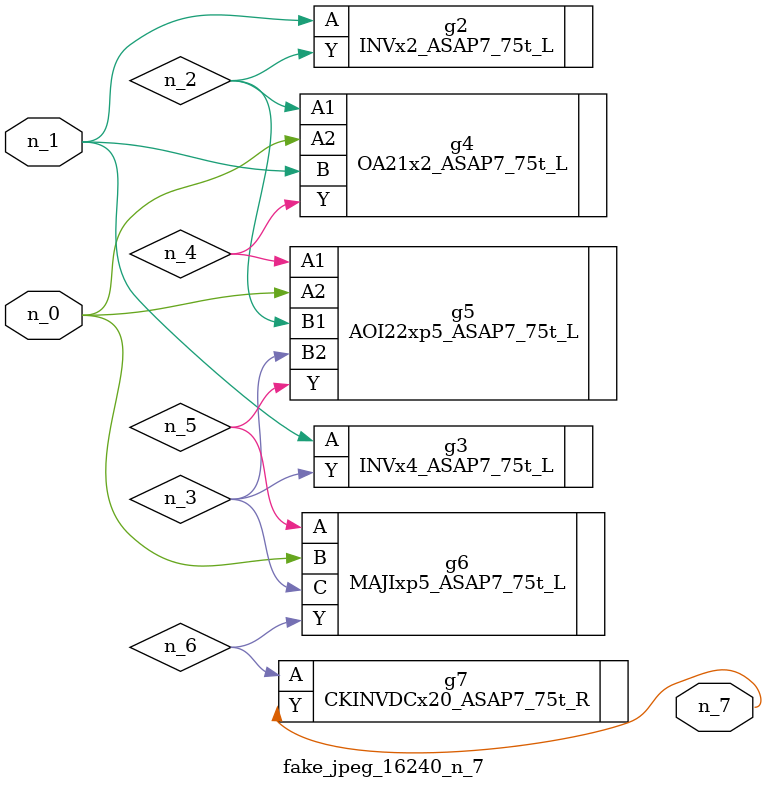
<source format=v>
module fake_jpeg_16240_n_7 (n_0, n_1, n_7);

input n_0;
input n_1;

output n_7;

wire n_2;
wire n_3;
wire n_4;
wire n_6;
wire n_5;

INVx2_ASAP7_75t_L g2 ( 
.A(n_1),
.Y(n_2)
);

INVx4_ASAP7_75t_L g3 ( 
.A(n_1),
.Y(n_3)
);

OA21x2_ASAP7_75t_L g4 ( 
.A1(n_2),
.A2(n_0),
.B(n_1),
.Y(n_4)
);

AOI22xp5_ASAP7_75t_L g5 ( 
.A1(n_4),
.A2(n_0),
.B1(n_2),
.B2(n_3),
.Y(n_5)
);

MAJIxp5_ASAP7_75t_L g6 ( 
.A(n_5),
.B(n_0),
.C(n_3),
.Y(n_6)
);

CKINVDCx20_ASAP7_75t_R g7 ( 
.A(n_6),
.Y(n_7)
);


endmodule
</source>
